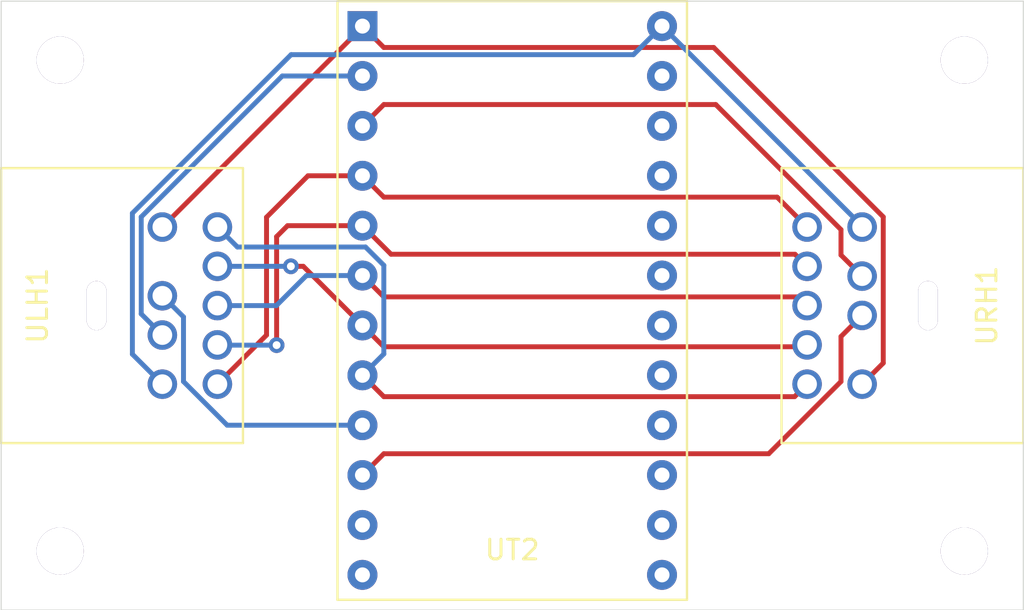
<source format=kicad_pcb>
(kicad_pcb (version 20171130) (host pcbnew "(5.1.10)-1")

  (general
    (thickness 1.6)
    (drawings 4)
    (tracks 69)
    (zones 0)
    (modules 7)
    (nets 25)
  )

  (page A4)
  (layers
    (0 F.Cu signal)
    (31 B.Cu signal)
    (32 B.Adhes user)
    (33 F.Adhes user)
    (34 B.Paste user)
    (35 F.Paste user)
    (36 B.SilkS user)
    (37 F.SilkS user)
    (38 B.Mask user)
    (39 F.Mask user)
    (40 Dwgs.User user)
    (41 Cmts.User user)
    (42 Eco1.User user)
    (43 Eco2.User user)
    (44 Edge.Cuts user)
    (45 Margin user)
    (46 B.CrtYd user)
    (47 F.CrtYd user)
    (48 B.Fab user)
    (49 F.Fab user)
  )

  (setup
    (last_trace_width 0.25)
    (trace_clearance 0.2)
    (zone_clearance 0.508)
    (zone_45_only no)
    (trace_min 0.2)
    (via_size 0.8)
    (via_drill 0.4)
    (via_min_size 0.4)
    (via_min_drill 0.3)
    (uvia_size 0.3)
    (uvia_drill 0.1)
    (uvias_allowed no)
    (uvia_min_size 0.2)
    (uvia_min_drill 0.1)
    (edge_width 0.05)
    (segment_width 0.2)
    (pcb_text_width 0.3)
    (pcb_text_size 1.5 1.5)
    (mod_edge_width 0.12)
    (mod_text_size 1 1)
    (mod_text_width 0.15)
    (pad_size 1.524 1.524)
    (pad_drill 0.762)
    (pad_to_mask_clearance 0)
    (aux_axis_origin 0 0)
    (visible_elements 7FFFFFFF)
    (pcbplotparams
      (layerselection 0x010f0_ffffffff)
      (usegerberextensions false)
      (usegerberattributes true)
      (usegerberadvancedattributes true)
      (creategerberjobfile true)
      (excludeedgelayer true)
      (linewidth 0.100000)
      (plotframeref false)
      (viasonmask false)
      (mode 1)
      (useauxorigin false)
      (hpglpennumber 1)
      (hpglpenspeed 20)
      (hpglpendiameter 15.000000)
      (psnegative false)
      (psa4output false)
      (plotreference true)
      (plotvalue true)
      (plotinvisibletext false)
      (padsonsilk false)
      (subtractmaskfromsilk false)
      (outputformat 1)
      (mirror false)
      (drillshape 0)
      (scaleselection 1)
      (outputdirectory "Controller/"))
  )

  (net 0 "")
  (net 1 "Net-(ULH1-Pad2)")
  (net 2 "Net-(ULH1-Pad1)")
  (net 3 "Net-(ULH1-Pad3)")
  (net 4 "Net-(ULH1-Pad6)")
  (net 5 "Net-(ULH1-Pad9)")
  (net 6 "Net-(ULH1-Pad8)")
  (net 7 "Net-(ULH1-Pad5)")
  (net 8 "Net-(ULH1-Pad4)")
  (net 9 "Net-(ULH1-Pad7)")
  (net 10 "Net-(URH1-Pad1)")
  (net 11 "Net-(URH1-Pad2)")
  (net 12 "Net-(UT2-Pad11)")
  (net 13 "Net-(UT2-Pad12)")
  (net 14 "Net-(UT2-Pad13)")
  (net 15 "Net-(UT2-Pad14)")
  (net 16 "Net-(UT2-Pad15)")
  (net 17 "Net-(UT2-Pad16)")
  (net 18 "Net-(UT2-Pad17)")
  (net 19 "Net-(UT2-Pad18)")
  (net 20 "Net-(UT2-Pad19)")
  (net 21 "Net-(UT2-Pad20)")
  (net 22 "Net-(UT2-Pad21)")
  (net 23 "Net-(UT2-Pad22)")
  (net 24 "Net-(UT2-Pad23)")

  (net_class Default "This is the default net class."
    (clearance 0.2)
    (trace_width 0.25)
    (via_dia 0.8)
    (via_drill 0.4)
    (uvia_dia 0.3)
    (uvia_drill 0.1)
    (add_net "Net-(ULH1-Pad1)")
    (add_net "Net-(ULH1-Pad2)")
    (add_net "Net-(ULH1-Pad3)")
    (add_net "Net-(ULH1-Pad4)")
    (add_net "Net-(ULH1-Pad5)")
    (add_net "Net-(ULH1-Pad6)")
    (add_net "Net-(ULH1-Pad7)")
    (add_net "Net-(ULH1-Pad8)")
    (add_net "Net-(ULH1-Pad9)")
    (add_net "Net-(URH1-Pad1)")
    (add_net "Net-(URH1-Pad2)")
    (add_net "Net-(UT2-Pad11)")
    (add_net "Net-(UT2-Pad12)")
    (add_net "Net-(UT2-Pad13)")
    (add_net "Net-(UT2-Pad14)")
    (add_net "Net-(UT2-Pad15)")
    (add_net "Net-(UT2-Pad16)")
    (add_net "Net-(UT2-Pad17)")
    (add_net "Net-(UT2-Pad18)")
    (add_net "Net-(UT2-Pad19)")
    (add_net "Net-(UT2-Pad20)")
    (add_net "Net-(UT2-Pad21)")
    (add_net "Net-(UT2-Pad22)")
    (add_net "Net-(UT2-Pad23)")
  )

  (module Mini:ScrewHole (layer F.Cu) (tedit 60E0DBB4) (tstamp 60E13753)
    (at 23 48)
    (fp_text reference REF** (at 0 2.54) (layer F.SilkS) hide
      (effects (font (size 1 1) (thickness 0.15)))
    )
    (fp_text value ScrewHole (at 0 -2.54) (layer F.Fab) hide
      (effects (font (size 1 1) (thickness 0.15)))
    )
    (pad HOLE thru_hole circle (at 0 0) (size 2.4 2.4) (drill 2.4) (layers *.Cu *.Mask))
  )

  (module Mini:ScrewHole (layer F.Cu) (tedit 60E0DBB4) (tstamp 60E1373E)
    (at 69 48)
    (fp_text reference REF** (at 0 2.54) (layer F.SilkS) hide
      (effects (font (size 1 1) (thickness 0.15)))
    )
    (fp_text value ScrewHole (at 0 -2.54) (layer F.Fab) hide
      (effects (font (size 1 1) (thickness 0.15)))
    )
    (pad HOLE thru_hole circle (at 0 0) (size 2.4 2.4) (drill 2.4) (layers *.Cu *.Mask))
  )

  (module Mini:ScrewHole (layer F.Cu) (tedit 60E0DBB4) (tstamp 60E13728)
    (at 69 23)
    (fp_text reference REF** (at 0 2.54) (layer F.SilkS) hide
      (effects (font (size 1 1) (thickness 0.15)))
    )
    (fp_text value ScrewHole (at 0 -2.54) (layer F.Fab) hide
      (effects (font (size 1 1) (thickness 0.15)))
    )
    (pad HOLE thru_hole circle (at 0 0) (size 2.4 2.4) (drill 2.4) (layers *.Cu *.Mask))
  )

  (module Mini:ScrewHole (layer F.Cu) (tedit 60E0DBB4) (tstamp 60E13712)
    (at 23 23)
    (fp_text reference REF** (at 0 2.54) (layer F.SilkS) hide
      (effects (font (size 1 1) (thickness 0.15)))
    )
    (fp_text value ScrewHole (at 0 -2.54) (layer F.Fab) hide
      (effects (font (size 1 1) (thickness 0.15)))
    )
    (pad HOLE thru_hole circle (at 0 0) (size 2.4 2.4) (drill 2.4) (layers *.Cu *.Mask))
  )

  (module Mini:MiniDin9 (layer F.Cu) (tedit 60D84EDA) (tstamp 60E1345D)
    (at 24.85 35.5 270)
    (path /60E0F156)
    (fp_text reference ULH1 (at 0 3 90) (layer F.SilkS)
      (effects (font (size 1 1) (thickness 0.15)))
    )
    (fp_text value MiniDINN9 (at 0 -9 90) (layer F.Fab)
      (effects (font (size 1 1) (thickness 0.15)))
    )
    (fp_line (start -7 4.85) (end -7 -7.45) (layer F.SilkS) (width 0.12))
    (fp_line (start -7 -7.45) (end 7 -7.45) (layer F.SilkS) (width 0.12))
    (fp_line (start 7 4.85) (end 7 -7.45) (layer F.SilkS) (width 0.12))
    (fp_line (start -7 4.85) (end 7 4.85) (layer F.SilkS) (width 0.12))
    (pad HOLE thru_hole oval (at 0 0 270) (size 2.5 1) (drill oval 2.5 1) (layers *.Cu *.Mask))
    (pad 2 thru_hole circle (at -0.5 -3.35 270) (size 1.5 1.5) (drill 1) (layers *.Cu *.Mask)
      (net 1 "Net-(ULH1-Pad2)"))
    (pad 1 thru_hole circle (at 1.5 -3.35 270) (size 1.5 1.5) (drill 1) (layers *.Cu *.Mask)
      (net 2 "Net-(ULH1-Pad1)"))
    (pad 3 thru_hole circle (at 4 -3.35 270) (size 1.5 1.5) (drill 1) (layers *.Cu *.Mask)
      (net 3 "Net-(ULH1-Pad3)"))
    (pad 6 thru_hole circle (at -4 -3.35 270) (size 1.5 1.5) (drill 1) (layers *.Cu *.Mask)
      (net 4 "Net-(ULH1-Pad6)"))
    (pad 9 thru_hole circle (at -4 -6.15 270) (size 1.5 1.5) (drill 1) (layers *.Cu *.Mask)
      (net 5 "Net-(ULH1-Pad9)"))
    (pad 8 thru_hole circle (at -2 -6.15 270) (size 1.5 1.5) (drill 1) (layers *.Cu *.Mask)
      (net 6 "Net-(ULH1-Pad8)"))
    (pad 5 thru_hole circle (at 0 -6.15 270) (size 1.5 1.5) (drill 1) (layers *.Cu *.Mask)
      (net 7 "Net-(ULH1-Pad5)"))
    (pad 4 thru_hole circle (at 2 -6.15 270) (size 1.5 1.5) (drill 1) (layers *.Cu *.Mask)
      (net 8 "Net-(ULH1-Pad4)"))
    (pad 7 thru_hole circle (at 4 -6.15 270) (size 1.5 1.5) (drill 1) (layers *.Cu *.Mask)
      (net 9 "Net-(ULH1-Pad7)"))
  )

  (module Mini:MiniDin9 (layer F.Cu) (tedit 60D84EDA) (tstamp 60E1346F)
    (at 67.15 35.5 90)
    (path /60E0FFED)
    (fp_text reference URH1 (at 0 3 90) (layer F.SilkS)
      (effects (font (size 1 1) (thickness 0.15)))
    )
    (fp_text value MiniDINN9 (at 0 -9 90) (layer F.Fab)
      (effects (font (size 1 1) (thickness 0.15)))
    )
    (fp_line (start -7 4.85) (end 7 4.85) (layer F.SilkS) (width 0.12))
    (fp_line (start 7 4.85) (end 7 -7.45) (layer F.SilkS) (width 0.12))
    (fp_line (start -7 -7.45) (end 7 -7.45) (layer F.SilkS) (width 0.12))
    (fp_line (start -7 4.85) (end -7 -7.45) (layer F.SilkS) (width 0.12))
    (pad 7 thru_hole circle (at 4 -6.15 90) (size 1.5 1.5) (drill 1) (layers *.Cu *.Mask)
      (net 9 "Net-(ULH1-Pad7)"))
    (pad 4 thru_hole circle (at 2 -6.15 90) (size 1.5 1.5) (drill 1) (layers *.Cu *.Mask)
      (net 8 "Net-(ULH1-Pad4)"))
    (pad 5 thru_hole circle (at 0 -6.15 90) (size 1.5 1.5) (drill 1) (layers *.Cu *.Mask)
      (net 7 "Net-(ULH1-Pad5)"))
    (pad 8 thru_hole circle (at -2 -6.15 90) (size 1.5 1.5) (drill 1) (layers *.Cu *.Mask)
      (net 6 "Net-(ULH1-Pad8)"))
    (pad 9 thru_hole circle (at -4 -6.15 90) (size 1.5 1.5) (drill 1) (layers *.Cu *.Mask)
      (net 5 "Net-(ULH1-Pad9)"))
    (pad 6 thru_hole circle (at -4 -3.35 90) (size 1.5 1.5) (drill 1) (layers *.Cu *.Mask)
      (net 4 "Net-(ULH1-Pad6)"))
    (pad 3 thru_hole circle (at 4 -3.35 90) (size 1.5 1.5) (drill 1) (layers *.Cu *.Mask)
      (net 3 "Net-(ULH1-Pad3)"))
    (pad 1 thru_hole circle (at 1.5 -3.35 90) (size 1.5 1.5) (drill 1) (layers *.Cu *.Mask)
      (net 10 "Net-(URH1-Pad1)"))
    (pad 2 thru_hole circle (at -0.5 -3.35 90) (size 1.5 1.5) (drill 1) (layers *.Cu *.Mask)
      (net 11 "Net-(URH1-Pad2)"))
    (pad HOLE thru_hole oval (at 0 0 90) (size 2.5 1) (drill oval 2.5 1) (layers *.Cu *.Mask))
  )

  (module Mini:Teensy2.0 (layer F.Cu) (tedit 60E0D698) (tstamp 60E1348F)
    (at 46 35.24)
    (path /60E0DCD0)
    (fp_text reference UT2 (at 0 12.7) (layer F.SilkS)
      (effects (font (size 1 1) (thickness 0.15)))
    )
    (fp_text value Teensy2.0 (at 0 -12.7) (layer F.Fab) hide
      (effects (font (size 1 1) (thickness 0.15)))
    )
    (fp_line (start -8.89 15.24) (end -8.89 -15.24) (layer F.SilkS) (width 0.12))
    (fp_line (start 8.89 15.24) (end -8.89 15.24) (layer F.SilkS) (width 0.12))
    (fp_line (start 8.89 -15.24) (end 8.89 15.24) (layer F.SilkS) (width 0.12))
    (fp_line (start -8.89 -15.24) (end 8.89 -15.24) (layer F.SilkS) (width 0.12))
    (pad 1 thru_hole rect (at -7.62 -13.97) (size 1.524 1.524) (drill 0.762) (layers *.Cu *.Mask)
      (net 4 "Net-(ULH1-Pad6)"))
    (pad 2 thru_hole circle (at -7.62 -11.43) (size 1.524 1.524) (drill 0.762) (layers *.Cu *.Mask)
      (net 2 "Net-(ULH1-Pad1)"))
    (pad 3 thru_hole circle (at -7.62 -8.89) (size 1.524 1.524) (drill 0.762) (layers *.Cu *.Mask)
      (net 10 "Net-(URH1-Pad1)"))
    (pad 4 thru_hole circle (at -7.62 -6.35) (size 1.524 1.524) (drill 0.762) (layers *.Cu *.Mask)
      (net 9 "Net-(ULH1-Pad7)"))
    (pad 5 thru_hole circle (at -7.62 -3.81) (size 1.524 1.524) (drill 0.762) (layers *.Cu *.Mask)
      (net 8 "Net-(ULH1-Pad4)"))
    (pad 6 thru_hole circle (at -7.62 -1.27) (size 1.524 1.524) (drill 0.762) (layers *.Cu *.Mask)
      (net 7 "Net-(ULH1-Pad5)"))
    (pad 7 thru_hole circle (at -7.62 1.27) (size 1.524 1.524) (drill 0.762) (layers *.Cu *.Mask)
      (net 6 "Net-(ULH1-Pad8)"))
    (pad 8 thru_hole circle (at -7.62 3.81) (size 1.524 1.524) (drill 0.762) (layers *.Cu *.Mask)
      (net 5 "Net-(ULH1-Pad9)"))
    (pad 9 thru_hole circle (at -7.62 6.35) (size 1.524 1.524) (drill 0.762) (layers *.Cu *.Mask)
      (net 1 "Net-(ULH1-Pad2)"))
    (pad 10 thru_hole circle (at -7.62 8.89) (size 1.524 1.524) (drill 0.762) (layers *.Cu *.Mask)
      (net 11 "Net-(URH1-Pad2)"))
    (pad 11 thru_hole circle (at -7.62 11.43) (size 1.524 1.524) (drill 0.762) (layers *.Cu *.Mask)
      (net 12 "Net-(UT2-Pad11)"))
    (pad 12 thru_hole circle (at -7.62 13.97) (size 1.524 1.524) (drill 0.762) (layers *.Cu *.Mask)
      (net 13 "Net-(UT2-Pad12)"))
    (pad 13 thru_hole circle (at 7.62 13.97) (size 1.524 1.524) (drill 0.762) (layers *.Cu *.Mask)
      (net 14 "Net-(UT2-Pad13)"))
    (pad 14 thru_hole circle (at 7.62 11.43) (size 1.524 1.524) (drill 0.762) (layers *.Cu *.Mask)
      (net 15 "Net-(UT2-Pad14)"))
    (pad 15 thru_hole circle (at 7.62 8.89) (size 1.524 1.524) (drill 0.762) (layers *.Cu *.Mask)
      (net 16 "Net-(UT2-Pad15)"))
    (pad 16 thru_hole circle (at 7.62 6.35) (size 1.524 1.524) (drill 0.762) (layers *.Cu *.Mask)
      (net 17 "Net-(UT2-Pad16)"))
    (pad 17 thru_hole circle (at 7.62 3.81) (size 1.524 1.524) (drill 0.762) (layers *.Cu *.Mask)
      (net 18 "Net-(UT2-Pad17)"))
    (pad 18 thru_hole circle (at 7.62 1.27) (size 1.524 1.524) (drill 0.762) (layers *.Cu *.Mask)
      (net 19 "Net-(UT2-Pad18)"))
    (pad 19 thru_hole circle (at 7.62 -1.27) (size 1.524 1.524) (drill 0.762) (layers *.Cu *.Mask)
      (net 20 "Net-(UT2-Pad19)"))
    (pad 20 thru_hole circle (at 7.62 -3.81) (size 1.524 1.524) (drill 0.762) (layers *.Cu *.Mask)
      (net 21 "Net-(UT2-Pad20)"))
    (pad 21 thru_hole circle (at 7.62 -6.35) (size 1.524 1.524) (drill 0.762) (layers *.Cu *.Mask)
      (net 22 "Net-(UT2-Pad21)"))
    (pad 22 thru_hole circle (at 7.62 -8.89) (size 1.524 1.524) (drill 0.762) (layers *.Cu *.Mask)
      (net 23 "Net-(UT2-Pad22)"))
    (pad 23 thru_hole circle (at 7.62 -11.43) (size 1.524 1.524) (drill 0.762) (layers *.Cu *.Mask)
      (net 24 "Net-(UT2-Pad23)"))
    (pad 24 thru_hole circle (at 7.62 -13.97) (size 1.524 1.524) (drill 0.762) (layers *.Cu *.Mask)
      (net 3 "Net-(ULH1-Pad3)"))
  )

  (gr_line (start 20 51) (end 20 20) (layer Edge.Cuts) (width 0.05) (tstamp 60E133C9))
  (gr_line (start 72 51) (end 20 51) (layer Edge.Cuts) (width 0.05))
  (gr_line (start 72 20) (end 72 51) (layer Edge.Cuts) (width 0.05))
  (gr_line (start 20 20) (end 72 20) (layer Edge.Cuts) (width 0.05))

  (segment (start 31.498998 41.59) (end 38.38 41.59) (width 0.25) (layer B.Cu) (net 1))
  (segment (start 29.275001 39.366003) (end 31.498998 41.59) (width 0.25) (layer B.Cu) (net 1))
  (segment (start 29.275001 36.075001) (end 29.275001 39.366003) (width 0.25) (layer B.Cu) (net 1))
  (segment (start 28.2 35) (end 29.275001 36.075001) (width 0.25) (layer B.Cu) (net 1))
  (segment (start 27.124999 35.924999) (end 28.2 37) (width 0.25) (layer B.Cu) (net 2))
  (segment (start 27.124999 30.983999) (end 27.124999 35.924999) (width 0.25) (layer B.Cu) (net 2))
  (segment (start 34.298998 23.81) (end 27.124999 30.983999) (width 0.25) (layer B.Cu) (net 2))
  (segment (start 38.38 23.81) (end 34.298998 23.81) (width 0.25) (layer B.Cu) (net 2))
  (segment (start 26.674989 37.974989) (end 28.2 39.5) (width 0.25) (layer B.Cu) (net 3))
  (segment (start 26.674989 30.797599) (end 26.674989 37.974989) (width 0.25) (layer B.Cu) (net 3))
  (segment (start 34.749589 22.722999) (end 26.674989 30.797599) (width 0.25) (layer B.Cu) (net 3))
  (segment (start 52.167001 22.722999) (end 34.749589 22.722999) (width 0.25) (layer B.Cu) (net 3))
  (segment (start 53.62 21.27) (end 52.167001 22.722999) (width 0.25) (layer B.Cu) (net 3))
  (segment (start 63.8 31.45) (end 63.8 31.5) (width 0.25) (layer B.Cu) (net 3))
  (segment (start 53.62 21.27) (end 63.8 31.45) (width 0.25) (layer B.Cu) (net 3))
  (segment (start 38.38 21.32) (end 28.2 31.5) (width 0.25) (layer F.Cu) (net 4))
  (segment (start 38.38 21.27) (end 38.38 21.32) (width 0.25) (layer F.Cu) (net 4))
  (segment (start 64.875001 38.424999) (end 63.8 39.5) (width 0.25) (layer F.Cu) (net 4))
  (segment (start 64.875001 30.983999) (end 64.875001 38.424999) (width 0.25) (layer F.Cu) (net 4))
  (segment (start 56.248003 22.357001) (end 64.875001 30.983999) (width 0.25) (layer F.Cu) (net 4))
  (segment (start 39.467001 22.357001) (end 56.248003 22.357001) (width 0.25) (layer F.Cu) (net 4))
  (segment (start 38.38 21.27) (end 39.467001 22.357001) (width 0.25) (layer F.Cu) (net 4))
  (segment (start 39.467001 37.962999) (end 38.38 39.05) (width 0.25) (layer B.Cu) (net 5))
  (segment (start 39.467001 33.448239) (end 39.467001 37.962999) (width 0.25) (layer B.Cu) (net 5))
  (segment (start 38.535763 32.517001) (end 39.467001 33.448239) (width 0.25) (layer B.Cu) (net 5))
  (segment (start 32.017001 32.517001) (end 38.535763 32.517001) (width 0.25) (layer B.Cu) (net 5))
  (segment (start 31 31.5) (end 32.017001 32.517001) (width 0.25) (layer B.Cu) (net 5))
  (segment (start 60.362999 40.137001) (end 61 39.5) (width 0.25) (layer F.Cu) (net 5))
  (segment (start 39.467001 40.137001) (end 60.362999 40.137001) (width 0.25) (layer F.Cu) (net 5))
  (segment (start 38.38 39.05) (end 39.467001 40.137001) (width 0.25) (layer F.Cu) (net 5))
  (via (at 34.737653 33.5) (size 0.8) (drill 0.4) (layers F.Cu B.Cu) (net 6))
  (segment (start 35.37 33.5) (end 34.737653 33.5) (width 0.25) (layer F.Cu) (net 6))
  (segment (start 38.38 36.51) (end 35.37 33.5) (width 0.25) (layer F.Cu) (net 6))
  (segment (start 34.737653 33.5) (end 31 33.5) (width 0.25) (layer B.Cu) (net 6))
  (segment (start 60.902999 37.597001) (end 61 37.5) (width 0.25) (layer F.Cu) (net 6))
  (segment (start 39.467001 37.597001) (end 60.902999 37.597001) (width 0.25) (layer F.Cu) (net 6))
  (segment (start 38.38 36.51) (end 39.467001 37.597001) (width 0.25) (layer F.Cu) (net 6))
  (segment (start 38.38 33.97) (end 35.53 33.97) (width 0.25) (layer B.Cu) (net 7))
  (segment (start 34 35.5) (end 31 35.5) (width 0.25) (layer B.Cu) (net 7))
  (segment (start 35.53 33.97) (end 34 35.5) (width 0.25) (layer B.Cu) (net 7))
  (segment (start 60.557001 35.057001) (end 61 35.5) (width 0.25) (layer F.Cu) (net 7))
  (segment (start 39.467001 35.057001) (end 60.557001 35.057001) (width 0.25) (layer F.Cu) (net 7))
  (segment (start 38.38 33.97) (end 39.467001 35.057001) (width 0.25) (layer F.Cu) (net 7))
  (segment (start 38.38 31.43) (end 34.57 31.43) (width 0.25) (layer F.Cu) (net 8))
  (via (at 34.012653 37.512653) (size 0.8) (drill 0.4) (layers F.Cu B.Cu) (net 8))
  (segment (start 34.012653 31.987347) (end 34.012653 37.512653) (width 0.25) (layer F.Cu) (net 8))
  (segment (start 34.57 31.43) (end 34.012653 31.987347) (width 0.25) (layer F.Cu) (net 8))
  (segment (start 31.012653 37.512653) (end 31 37.5) (width 0.25) (layer B.Cu) (net 8))
  (segment (start 34.012653 37.512653) (end 31.012653 37.512653) (width 0.25) (layer B.Cu) (net 8))
  (segment (start 60.382999 32.882999) (end 61 33.5) (width 0.25) (layer F.Cu) (net 8))
  (segment (start 39.832999 32.882999) (end 60.382999 32.882999) (width 0.25) (layer F.Cu) (net 8))
  (segment (start 38.38 31.43) (end 39.832999 32.882999) (width 0.25) (layer F.Cu) (net 8))
  (segment (start 38.38 28.89) (end 35.61 28.89) (width 0.25) (layer F.Cu) (net 9))
  (segment (start 35.61 28.89) (end 33.5 31) (width 0.25) (layer F.Cu) (net 9))
  (segment (start 33.5 37) (end 31 39.5) (width 0.25) (layer F.Cu) (net 9))
  (segment (start 33.5 31) (end 33.5 37) (width 0.25) (layer F.Cu) (net 9))
  (segment (start 59.477001 29.977001) (end 61 31.5) (width 0.25) (layer F.Cu) (net 9))
  (segment (start 39.467001 29.977001) (end 59.477001 29.977001) (width 0.25) (layer F.Cu) (net 9))
  (segment (start 38.38 28.89) (end 39.467001 29.977001) (width 0.25) (layer F.Cu) (net 9))
  (segment (start 62.724999 32.924999) (end 63.8 34) (width 0.25) (layer F.Cu) (net 10))
  (segment (start 62.724999 31.633997) (end 62.724999 32.924999) (width 0.25) (layer F.Cu) (net 10))
  (segment (start 56.354001 25.262999) (end 62.724999 31.633997) (width 0.25) (layer F.Cu) (net 10))
  (segment (start 39.467001 25.262999) (end 56.354001 25.262999) (width 0.25) (layer F.Cu) (net 10))
  (segment (start 38.38 26.35) (end 39.467001 25.262999) (width 0.25) (layer F.Cu) (net 10))
  (segment (start 62.724999 37.075001) (end 63.8 36) (width 0.25) (layer F.Cu) (net 11))
  (segment (start 62.724999 39.366003) (end 62.724999 37.075001) (width 0.25) (layer F.Cu) (net 11))
  (segment (start 59.048003 43.042999) (end 62.724999 39.366003) (width 0.25) (layer F.Cu) (net 11))
  (segment (start 39.467001 43.042999) (end 59.048003 43.042999) (width 0.25) (layer F.Cu) (net 11))
  (segment (start 38.38 44.13) (end 39.467001 43.042999) (width 0.25) (layer F.Cu) (net 11))

)

</source>
